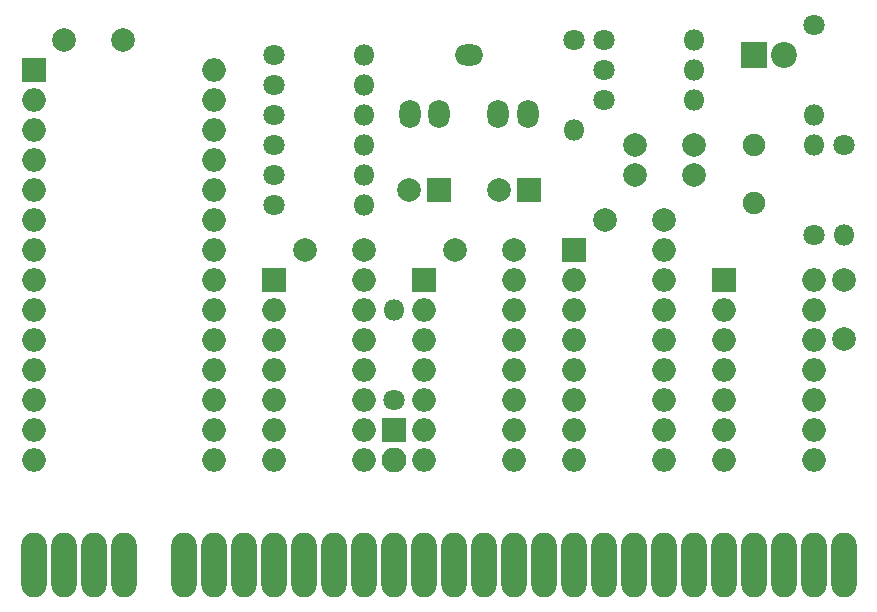
<source format=gbs>
G04 #@! TF.FileFunction,Soldermask,Bot*
%FSLAX45Y45*%
G04 Gerber Fmt 4.5, Leading zero omitted, Abs format (unit mm)*
G04 Created by KiCad (PCBNEW 4.0.7) date 03/07/18 09:30:50*
%MOMM*%
%LPD*%
G01*
G04 APERTURE LIST*
%ADD10C,0.100000*%
%ADD11R,2.000000X2.000000*%
%ADD12O,2.000000X2.000000*%
%ADD13C,2.000000*%
%ADD14O,2.178000X5.480000*%
%ADD15C,1.800000*%
%ADD16O,1.800000X1.800000*%
%ADD17C,1.900000*%
%ADD18O,1.800000X2.400000*%
%ADD19O,2.400000X1.800000*%
%ADD20R,2.200000X2.200000*%
%ADD21C,2.200000*%
%ADD22R,2.100000X2.100000*%
%ADD23O,2.100000X2.100000*%
G04 APERTURE END LIST*
D10*
D11*
X16002000Y-7874000D03*
D12*
X16764000Y-9652000D03*
X16002000Y-8128000D03*
X16764000Y-9398000D03*
X16002000Y-8382000D03*
X16764000Y-9144000D03*
X16002000Y-8636000D03*
X16764000Y-8890000D03*
X16002000Y-8890000D03*
X16764000Y-8636000D03*
X16002000Y-9144000D03*
X16764000Y-8382000D03*
X16002000Y-9398000D03*
X16764000Y-8128000D03*
X16002000Y-9652000D03*
X16764000Y-7874000D03*
D13*
X17018000Y-7239000D03*
X16518000Y-7239000D03*
X17018000Y-6985000D03*
X16518000Y-6985000D03*
X15494000Y-7874000D03*
X14994000Y-7874000D03*
X16764000Y-7620000D03*
X16264000Y-7620000D03*
X18288000Y-8128000D03*
X18288000Y-8628000D03*
X11684000Y-6096000D03*
X12184000Y-6096000D03*
D14*
X11430000Y-10541000D03*
X11684000Y-10541000D03*
X11938000Y-10541000D03*
X12192000Y-10541000D03*
X12700000Y-10541000D03*
X12954000Y-10541000D03*
X13208000Y-10541000D03*
X13462000Y-10541000D03*
X13716000Y-10541000D03*
X13970000Y-10541000D03*
X14224000Y-10541000D03*
X14478000Y-10541000D03*
X14732000Y-10541000D03*
X14986000Y-10541000D03*
X15240000Y-10541000D03*
X15494000Y-10541000D03*
X15748000Y-10541000D03*
X16002000Y-10541000D03*
X16256000Y-10541000D03*
X16510000Y-10541000D03*
X16764000Y-10541000D03*
X17018000Y-10541000D03*
X17272000Y-10541000D03*
X17526000Y-10541000D03*
X17780000Y-10541000D03*
X18034000Y-10541000D03*
X18288000Y-10541000D03*
D15*
X18288000Y-6985000D03*
D16*
X18288000Y-7747000D03*
D15*
X18034000Y-7747000D03*
D16*
X18034000Y-6985000D03*
D15*
X13462000Y-6731000D03*
D16*
X14224000Y-6731000D03*
D15*
X13462000Y-6477000D03*
D16*
X14224000Y-6477000D03*
D15*
X13462000Y-6223000D03*
D16*
X14224000Y-6223000D03*
D15*
X13462000Y-6985000D03*
D16*
X14224000Y-6985000D03*
D15*
X16256000Y-6604000D03*
D16*
X17018000Y-6604000D03*
D15*
X16256000Y-6350000D03*
D16*
X17018000Y-6350000D03*
D15*
X16002000Y-6096000D03*
D16*
X16002000Y-6858000D03*
D15*
X16256000Y-6096000D03*
D16*
X17018000Y-6096000D03*
D15*
X13462000Y-7493000D03*
D16*
X14224000Y-7493000D03*
D15*
X13462000Y-7239000D03*
D16*
X14224000Y-7239000D03*
D11*
X17272000Y-8128000D03*
D12*
X18034000Y-9652000D03*
X17272000Y-8382000D03*
X18034000Y-9398000D03*
X17272000Y-8636000D03*
X18034000Y-9144000D03*
X17272000Y-8890000D03*
X18034000Y-8890000D03*
X17272000Y-9144000D03*
X18034000Y-8636000D03*
X17272000Y-9398000D03*
X18034000Y-8382000D03*
X17272000Y-9652000D03*
X18034000Y-8128000D03*
D11*
X13462000Y-8128000D03*
D12*
X14224000Y-9652000D03*
X13462000Y-8382000D03*
X14224000Y-9398000D03*
X13462000Y-8636000D03*
X14224000Y-9144000D03*
X13462000Y-8890000D03*
X14224000Y-8890000D03*
X13462000Y-9144000D03*
X14224000Y-8636000D03*
X13462000Y-9398000D03*
X14224000Y-8382000D03*
X13462000Y-9652000D03*
X14224000Y-8128000D03*
D11*
X11430000Y-6350000D03*
D12*
X12954000Y-9652000D03*
X11430000Y-6604000D03*
X12954000Y-9398000D03*
X11430000Y-6858000D03*
X12954000Y-9144000D03*
X11430000Y-7112000D03*
X12954000Y-8890000D03*
X11430000Y-7366000D03*
X12954000Y-8636000D03*
X11430000Y-7620000D03*
X12954000Y-8382000D03*
X11430000Y-7874000D03*
X12954000Y-8128000D03*
X11430000Y-8128000D03*
X12954000Y-7874000D03*
X11430000Y-8382000D03*
X12954000Y-7620000D03*
X11430000Y-8636000D03*
X12954000Y-7366000D03*
X11430000Y-8890000D03*
X12954000Y-7112000D03*
X11430000Y-9144000D03*
X12954000Y-6858000D03*
X11430000Y-9398000D03*
X12954000Y-6604000D03*
X11430000Y-9652000D03*
X12954000Y-6350000D03*
D17*
X17526000Y-6985000D03*
X17526000Y-7473000D03*
D11*
X14859000Y-7366000D03*
D13*
X14609000Y-7366000D03*
D11*
X15621000Y-7366000D03*
D13*
X15371000Y-7366000D03*
D18*
X14613000Y-6723000D03*
X14863000Y-6723000D03*
X15363000Y-6723000D03*
D19*
X15113000Y-6223000D03*
D18*
X15613000Y-6723000D03*
D13*
X14224000Y-7874000D03*
X13724000Y-7874000D03*
D11*
X14732000Y-8128000D03*
D12*
X15494000Y-9652000D03*
X14732000Y-8382000D03*
X15494000Y-9398000D03*
X14732000Y-8636000D03*
X15494000Y-9144000D03*
X14732000Y-8890000D03*
X15494000Y-8890000D03*
X14732000Y-9144000D03*
X15494000Y-8636000D03*
X14732000Y-9398000D03*
X15494000Y-8382000D03*
X14732000Y-9652000D03*
X15494000Y-8128000D03*
D20*
X17526000Y-6223000D03*
D21*
X17780000Y-6223000D03*
D15*
X18034000Y-5969000D03*
D16*
X18034000Y-6731000D03*
D15*
X14478000Y-9144000D03*
D16*
X14478000Y-8382000D03*
D22*
X14478000Y-9398000D03*
D23*
X14478000Y-9652000D03*
M02*

</source>
